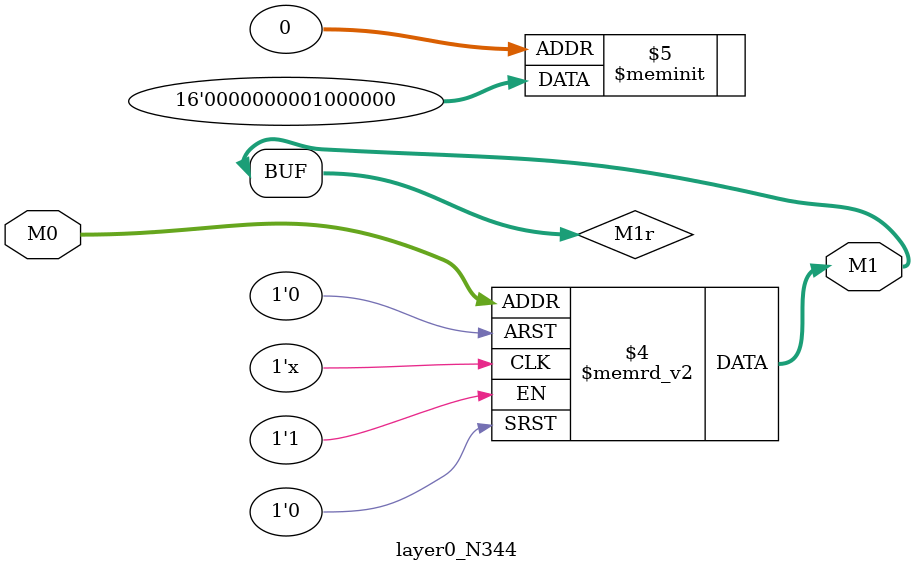
<source format=v>
module layer0_N344 ( input [2:0] M0, output [1:0] M1 );

	(*rom_style = "distributed" *) reg [1:0] M1r;
	assign M1 = M1r;
	always @ (M0) begin
		case (M0)
			3'b000: M1r = 2'b00;
			3'b100: M1r = 2'b00;
			3'b010: M1r = 2'b00;
			3'b110: M1r = 2'b00;
			3'b001: M1r = 2'b00;
			3'b101: M1r = 2'b00;
			3'b011: M1r = 2'b01;
			3'b111: M1r = 2'b00;

		endcase
	end
endmodule

</source>
